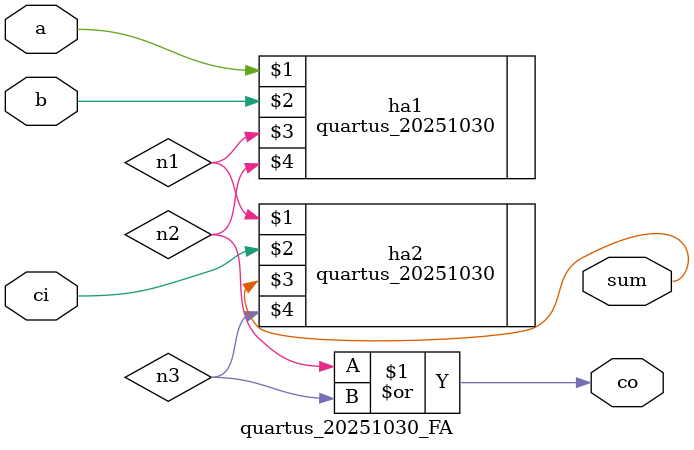
<source format=v>
module quartus_20251030_FA(a,b,ci,sum,co);
	input a,b,ci;
	output sum,co;
	wire n1,n2,n3;
	
	quartus_20251030 ha1(a,b,n1,n2);
	quartus_20251030 ha2(n1,ci,sum,n3);
	or or1(co,n2,n3);
endmodule
</source>
